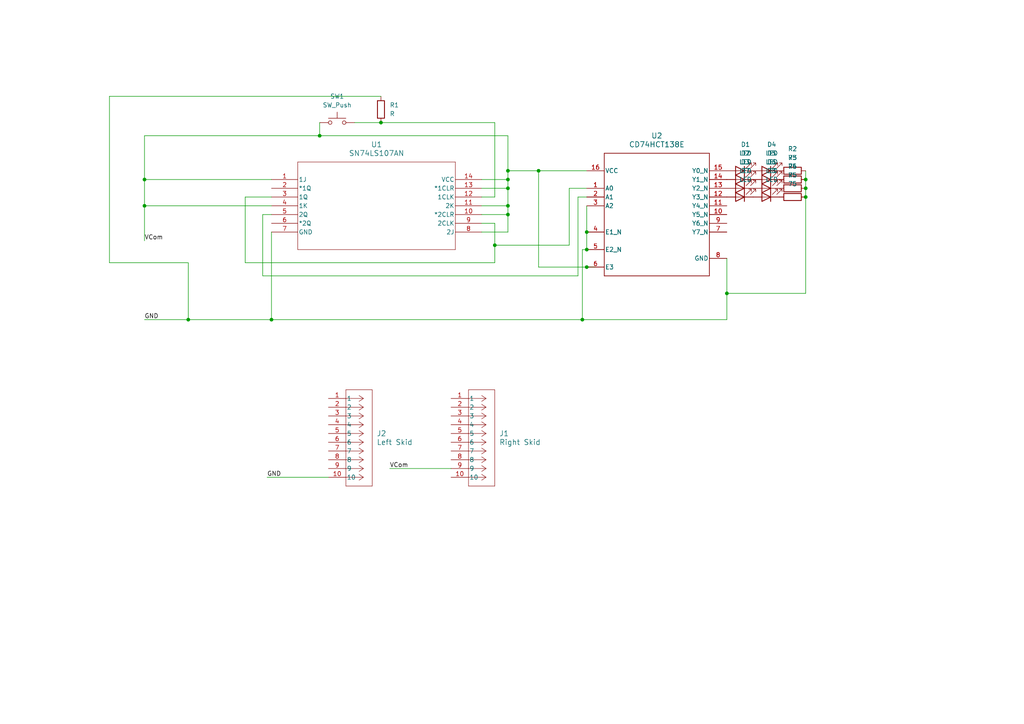
<source format=kicad_sch>
(kicad_sch (version 20230121) (generator eeschema)

  (uuid 8591fa22-3c5f-461a-90cf-cdbe4c5a699f)

  (paper "A4")

  (lib_symbols
    (symbol "Connector:NPPN101BFLC-RC" (pin_names (offset 0.254)) (in_bom yes) (on_board yes)
      (property "Reference" "J" (at 8.89 6.35 0)
        (effects (font (size 1.524 1.524)))
      )
      (property "Value" "NPPN101BFLC-RC" (at 0 0 0)
        (effects (font (size 1.524 1.524)))
      )
      (property "Footprint" "CONN10X1_NPPN101BFLC-RC_SUL" (at 0 0 0)
        (effects (font (size 1.27 1.27) italic) hide)
      )
      (property "Datasheet" "NPPN101BFLC-RC" (at 0 0 0)
        (effects (font (size 1.27 1.27) italic) hide)
      )
      (property "ki_locked" "" (at 0 0 0)
        (effects (font (size 1.27 1.27)))
      )
      (property "ki_keywords" "NPPN101BFLC-RC" (at 0 0 0)
        (effects (font (size 1.27 1.27)) hide)
      )
      (property "ki_fp_filters" "CONN10X1_NPPN101BFLC-RC_SUL" (at 0 0 0)
        (effects (font (size 1.27 1.27)) hide)
      )
      (symbol "NPPN101BFLC-RC_1_1"
        (polyline
          (pts
            (xy 5.08 -25.4)
            (xy 12.7 -25.4)
          )
          (stroke (width 0.127) (type default))
          (fill (type none))
        )
        (polyline
          (pts
            (xy 5.08 2.54)
            (xy 5.08 -25.4)
          )
          (stroke (width 0.127) (type default))
          (fill (type none))
        )
        (polyline
          (pts
            (xy 10.16 -22.86)
            (xy 5.08 -22.86)
          )
          (stroke (width 0.127) (type default))
          (fill (type none))
        )
        (polyline
          (pts
            (xy 10.16 -22.86)
            (xy 8.89 -23.7067)
          )
          (stroke (width 0.127) (type default))
          (fill (type none))
        )
        (polyline
          (pts
            (xy 10.16 -22.86)
            (xy 8.89 -22.0133)
          )
          (stroke (width 0.127) (type default))
          (fill (type none))
        )
        (polyline
          (pts
            (xy 10.16 -20.32)
            (xy 5.08 -20.32)
          )
          (stroke (width 0.127) (type default))
          (fill (type none))
        )
        (polyline
          (pts
            (xy 10.16 -20.32)
            (xy 8.89 -21.1667)
          )
          (stroke (width 0.127) (type default))
          (fill (type none))
        )
        (polyline
          (pts
            (xy 10.16 -20.32)
            (xy 8.89 -19.4733)
          )
          (stroke (width 0.127) (type default))
          (fill (type none))
        )
        (polyline
          (pts
            (xy 10.16 -17.78)
            (xy 5.08 -17.78)
          )
          (stroke (width 0.127) (type default))
          (fill (type none))
        )
        (polyline
          (pts
            (xy 10.16 -17.78)
            (xy 8.89 -18.6267)
          )
          (stroke (width 0.127) (type default))
          (fill (type none))
        )
        (polyline
          (pts
            (xy 10.16 -17.78)
            (xy 8.89 -16.9333)
          )
          (stroke (width 0.127) (type default))
          (fill (type none))
        )
        (polyline
          (pts
            (xy 10.16 -15.24)
            (xy 5.08 -15.24)
          )
          (stroke (width 0.127) (type default))
          (fill (type none))
        )
        (polyline
          (pts
            (xy 10.16 -15.24)
            (xy 8.89 -16.0867)
          )
          (stroke (width 0.127) (type default))
          (fill (type none))
        )
        (polyline
          (pts
            (xy 10.16 -15.24)
            (xy 8.89 -14.3933)
          )
          (stroke (width 0.127) (type default))
          (fill (type none))
        )
        (polyline
          (pts
            (xy 10.16 -12.7)
            (xy 5.08 -12.7)
          )
          (stroke (width 0.127) (type default))
          (fill (type none))
        )
        (polyline
          (pts
            (xy 10.16 -12.7)
            (xy 8.89 -13.5467)
          )
          (stroke (width 0.127) (type default))
          (fill (type none))
        )
        (polyline
          (pts
            (xy 10.16 -12.7)
            (xy 8.89 -11.8533)
          )
          (stroke (width 0.127) (type default))
          (fill (type none))
        )
        (polyline
          (pts
            (xy 10.16 -10.16)
            (xy 5.08 -10.16)
          )
          (stroke (width 0.127) (type default))
          (fill (type none))
        )
        (polyline
          (pts
            (xy 10.16 -10.16)
            (xy 8.89 -11.0067)
          )
          (stroke (width 0.127) (type default))
          (fill (type none))
        )
        (polyline
          (pts
            (xy 10.16 -10.16)
            (xy 8.89 -9.3133)
          )
          (stroke (width 0.127) (type default))
          (fill (type none))
        )
        (polyline
          (pts
            (xy 10.16 -7.62)
            (xy 5.08 -7.62)
          )
          (stroke (width 0.127) (type default))
          (fill (type none))
        )
        (polyline
          (pts
            (xy 10.16 -7.62)
            (xy 8.89 -8.4667)
          )
          (stroke (width 0.127) (type default))
          (fill (type none))
        )
        (polyline
          (pts
            (xy 10.16 -7.62)
            (xy 8.89 -6.7733)
          )
          (stroke (width 0.127) (type default))
          (fill (type none))
        )
        (polyline
          (pts
            (xy 10.16 -5.08)
            (xy 5.08 -5.08)
          )
          (stroke (width 0.127) (type default))
          (fill (type none))
        )
        (polyline
          (pts
            (xy 10.16 -5.08)
            (xy 8.89 -5.9267)
          )
          (stroke (width 0.127) (type default))
          (fill (type none))
        )
        (polyline
          (pts
            (xy 10.16 -5.08)
            (xy 8.89 -4.2333)
          )
          (stroke (width 0.127) (type default))
          (fill (type none))
        )
        (polyline
          (pts
            (xy 10.16 -2.54)
            (xy 5.08 -2.54)
          )
          (stroke (width 0.127) (type default))
          (fill (type none))
        )
        (polyline
          (pts
            (xy 10.16 -2.54)
            (xy 8.89 -3.3867)
          )
          (stroke (width 0.127) (type default))
          (fill (type none))
        )
        (polyline
          (pts
            (xy 10.16 -2.54)
            (xy 8.89 -1.6933)
          )
          (stroke (width 0.127) (type default))
          (fill (type none))
        )
        (polyline
          (pts
            (xy 10.16 0)
            (xy 5.08 0)
          )
          (stroke (width 0.127) (type default))
          (fill (type none))
        )
        (polyline
          (pts
            (xy 10.16 0)
            (xy 8.89 -0.8467)
          )
          (stroke (width 0.127) (type default))
          (fill (type none))
        )
        (polyline
          (pts
            (xy 10.16 0)
            (xy 8.89 0.8467)
          )
          (stroke (width 0.127) (type default))
          (fill (type none))
        )
        (polyline
          (pts
            (xy 12.7 -25.4)
            (xy 12.7 2.54)
          )
          (stroke (width 0.127) (type default))
          (fill (type none))
        )
        (polyline
          (pts
            (xy 12.7 2.54)
            (xy 5.08 2.54)
          )
          (stroke (width 0.127) (type default))
          (fill (type none))
        )
        (pin unspecified line (at 0 0 0) (length 5.08)
          (name "1" (effects (font (size 1.27 1.27))))
          (number "1" (effects (font (size 1.27 1.27))))
        )
        (pin unspecified line (at 0 -22.86 0) (length 5.08)
          (name "10" (effects (font (size 1.27 1.27))))
          (number "10" (effects (font (size 1.27 1.27))))
        )
        (pin unspecified line (at 0 -2.54 0) (length 5.08)
          (name "2" (effects (font (size 1.27 1.27))))
          (number "2" (effects (font (size 1.27 1.27))))
        )
        (pin unspecified line (at 0 -5.08 0) (length 5.08)
          (name "3" (effects (font (size 1.27 1.27))))
          (number "3" (effects (font (size 1.27 1.27))))
        )
        (pin unspecified line (at 0 -7.62 0) (length 5.08)
          (name "4" (effects (font (size 1.27 1.27))))
          (number "4" (effects (font (size 1.27 1.27))))
        )
        (pin unspecified line (at 0 -10.16 0) (length 5.08)
          (name "5" (effects (font (size 1.27 1.27))))
          (number "5" (effects (font (size 1.27 1.27))))
        )
        (pin unspecified line (at 0 -12.7 0) (length 5.08)
          (name "6" (effects (font (size 1.27 1.27))))
          (number "6" (effects (font (size 1.27 1.27))))
        )
        (pin unspecified line (at 0 -15.24 0) (length 5.08)
          (name "7" (effects (font (size 1.27 1.27))))
          (number "7" (effects (font (size 1.27 1.27))))
        )
        (pin unspecified line (at 0 -17.78 0) (length 5.08)
          (name "8" (effects (font (size 1.27 1.27))))
          (number "8" (effects (font (size 1.27 1.27))))
        )
        (pin unspecified line (at 0 -20.32 0) (length 5.08)
          (name "9" (effects (font (size 1.27 1.27))))
          (number "9" (effects (font (size 1.27 1.27))))
        )
      )
      (symbol "NPPN101BFLC-RC_1_2"
        (polyline
          (pts
            (xy 5.08 -25.4)
            (xy 12.7 -25.4)
          )
          (stroke (width 0.127) (type default))
          (fill (type none))
        )
        (polyline
          (pts
            (xy 5.08 2.54)
            (xy 5.08 -25.4)
          )
          (stroke (width 0.127) (type default))
          (fill (type none))
        )
        (polyline
          (pts
            (xy 7.62 -22.86)
            (xy 5.08 -22.86)
          )
          (stroke (width 0.127) (type default))
          (fill (type none))
        )
        (polyline
          (pts
            (xy 7.62 -22.86)
            (xy 8.89 -23.7067)
          )
          (stroke (width 0.127) (type default))
          (fill (type none))
        )
        (polyline
          (pts
            (xy 7.62 -22.86)
            (xy 8.89 -22.0133)
          )
          (stroke (width 0.127) (type default))
          (fill (type none))
        )
        (polyline
          (pts
            (xy 7.62 -20.32)
            (xy 5.08 -20.32)
          )
          (stroke (width 0.127) (type default))
          (fill (type none))
        )
        (polyline
          (pts
            (xy 7.62 -20.32)
            (xy 8.89 -21.1667)
          )
          (stroke (width 0.127) (type default))
          (fill (type none))
        )
        (polyline
          (pts
            (xy 7.62 -20.32)
            (xy 8.89 -19.4733)
          )
          (stroke (width 0.127) (type default))
          (fill (type none))
        )
        (polyline
          (pts
            (xy 7.62 -17.78)
            (xy 5.08 -17.78)
          )
          (stroke (width 0.127) (type default))
          (fill (type none))
        )
        (polyline
          (pts
            (xy 7.62 -17.78)
            (xy 8.89 -18.6267)
          )
          (stroke (width 0.127) (type default))
          (fill (type none))
        )
        (polyline
          (pts
            (xy 7.62 -17.78)
            (xy 8.89 -16.9333)
          )
          (stroke (width 0.127) (type default))
          (fill (type none))
        )
        (polyline
          (pts
            (xy 7.62 -15.24)
            (xy 5.08 -15.24)
          )
          (stroke (width 0.127) (type default))
          (fill (type none))
        )
        (polyline
          (pts
            (xy 7.62 -15.24)
            (xy 8.89 -16.0867)
          )
          (stroke (width 0.127) (type default))
          (fill (type none))
        )
        (polyline
          (pts
            (xy 7.62 -15.24)
            (xy 8.89 -14.3933)
          )
          (stroke (width 0.127) (type default))
          (fill (type none))
        )
        (polyline
          (pts
            (xy 7.62 -12.7)
            (xy 5.08 -12.7)
          )
          (stroke (width 0.127) (type default))
          (fill (type none))
        )
        (polyline
          (pts
            (xy 7.62 -12.7)
            (xy 8.89 -13.5467)
          )
          (stroke (width 0.127) (type default))
          (fill (type none))
        )
        (polyline
          (pts
            (xy 7.62 -12.7)
            (xy 8.89 -11.8533)
          )
          (stroke (width 0.127) (type default))
          (fill (type none))
        )
        (polyline
          (pts
            (xy 7.62 -10.16)
            (xy 5.08 -10.16)
          )
          (stroke (width 0.127) (type default))
          (fill (type none))
        )
        (polyline
          (pts
            (xy 7.62 -10.16)
            (xy 8.89 -11.0067)
          )
          (stroke (width 0.127) (type default))
          (fill (type none))
        )
        (polyline
          (pts
            (xy 7.62 -10.16)
            (xy 8.89 -9.3133)
          )
          (stroke (width 0.127) (type default))
          (fill (type none))
        )
        (polyline
          (pts
            (xy 7.62 -7.62)
            (xy 5.08 -7.62)
          )
          (stroke (width 0.127) (type default))
          (fill (type none))
        )
        (polyline
          (pts
            (xy 7.62 -7.62)
            (xy 8.89 -8.4667)
          )
          (stroke (width 0.127) (type default))
          (fill (type none))
        )
        (polyline
          (pts
            (xy 7.62 -7.62)
            (xy 8.89 -6.7733)
          )
          (stroke (width 0.127) (type default))
          (fill (type none))
        )
        (polyline
          (pts
            (xy 7.62 -5.08)
            (xy 5.08 -5.08)
          )
          (stroke (width 0.127) (type default))
          (fill (type none))
        )
        (polyline
          (pts
            (xy 7.62 -5.08)
            (xy 8.89 -5.9267)
          )
          (stroke (width 0.127) (type default))
          (fill (type none))
        )
        (polyline
          (pts
            (xy 7.62 -5.08)
            (xy 8.89 -4.2333)
          )
          (stroke (width 0.127) (type default))
          (fill (type none))
        )
        (polyline
          (pts
            (xy 7.62 -2.54)
            (xy 5.08 -2.54)
          )
          (stroke (width 0.127) (type default))
          (fill (type none))
        )
        (polyline
          (pts
            (xy 7.62 -2.54)
            (xy 8.89 -3.3867)
          )
          (stroke (width 0.127) (type default))
          (fill (type none))
        )
        (polyline
          (pts
            (xy 7.62 -2.54)
            (xy 8.89 -1.6933)
          )
          (stroke (width 0.127) (type default))
          (fill (type none))
        )
        (polyline
          (pts
            (xy 7.62 0)
            (xy 5.08 0)
          )
          (stroke (width 0.127) (type default))
          (fill (type none))
        )
        (polyline
          (pts
            (xy 7.62 0)
            (xy 8.89 -0.8467)
          )
          (stroke (width 0.127) (type default))
          (fill (type none))
        )
        (polyline
          (pts
            (xy 7.62 0)
            (xy 8.89 0.8467)
          )
          (stroke (width 0.127) (type default))
          (fill (type none))
        )
        (polyline
          (pts
            (xy 12.7 -25.4)
            (xy 12.7 2.54)
          )
          (stroke (width 0.127) (type default))
          (fill (type none))
        )
        (polyline
          (pts
            (xy 12.7 2.54)
            (xy 5.08 2.54)
          )
          (stroke (width 0.127) (type default))
          (fill (type none))
        )
        (pin unspecified line (at 0 0 0) (length 5.08)
          (name "1" (effects (font (size 1.27 1.27))))
          (number "1" (effects (font (size 1.27 1.27))))
        )
        (pin unspecified line (at 0 -22.86 0) (length 5.08)
          (name "10" (effects (font (size 1.27 1.27))))
          (number "10" (effects (font (size 1.27 1.27))))
        )
        (pin unspecified line (at 0 -2.54 0) (length 5.08)
          (name "2" (effects (font (size 1.27 1.27))))
          (number "2" (effects (font (size 1.27 1.27))))
        )
        (pin unspecified line (at 0 -5.08 0) (length 5.08)
          (name "3" (effects (font (size 1.27 1.27))))
          (number "3" (effects (font (size 1.27 1.27))))
        )
        (pin unspecified line (at 0 -7.62 0) (length 5.08)
          (name "4" (effects (font (size 1.27 1.27))))
          (number "4" (effects (font (size 1.27 1.27))))
        )
        (pin unspecified line (at 0 -10.16 0) (length 5.08)
          (name "5" (effects (font (size 1.27 1.27))))
          (number "5" (effects (font (size 1.27 1.27))))
        )
        (pin unspecified line (at 0 -12.7 0) (length 5.08)
          (name "6" (effects (font (size 1.27 1.27))))
          (number "6" (effects (font (size 1.27 1.27))))
        )
        (pin unspecified line (at 0 -15.24 0) (length 5.08)
          (name "7" (effects (font (size 1.27 1.27))))
          (number "7" (effects (font (size 1.27 1.27))))
        )
        (pin unspecified line (at 0 -17.78 0) (length 5.08)
          (name "8" (effects (font (size 1.27 1.27))))
          (number "8" (effects (font (size 1.27 1.27))))
        )
        (pin unspecified line (at 0 -20.32 0) (length 5.08)
          (name "9" (effects (font (size 1.27 1.27))))
          (number "9" (effects (font (size 1.27 1.27))))
        )
      )
    )
    (symbol "Decoder2:CD74HCT138E" (pin_names (offset 0.254)) (in_bom yes) (on_board yes)
      (property "Reference" "U" (at 0 2.54 0)
        (effects (font (size 1.524 1.524)))
      )
      (property "Value" "CD74HCT138E" (at 0 0 0)
        (effects (font (size 1.524 1.524)))
      )
      (property "Footprint" "N0016A" (at 0 0 0)
        (effects (font (size 1.27 1.27) italic) hide)
      )
      (property "Datasheet" "CD74HCT138E" (at 0 0 0)
        (effects (font (size 1.27 1.27) italic) hide)
      )
      (property "ki_locked" "" (at 0 0 0)
        (effects (font (size 1.27 1.27)))
      )
      (property "ki_keywords" "CD74HCT138E" (at 0 0 0)
        (effects (font (size 1.27 1.27)) hide)
      )
      (property "ki_fp_filters" "N0016A" (at 0 0 0)
        (effects (font (size 1.27 1.27)) hide)
      )
      (symbol "CD74HCT138E_0_1"
        (polyline
          (pts
            (xy -15.24 -17.78)
            (xy 15.24 -17.78)
          )
          (stroke (width 0.2032) (type default))
          (fill (type none))
        )
        (polyline
          (pts
            (xy -15.24 17.78)
            (xy -15.24 -17.78)
          )
          (stroke (width 0.2032) (type default))
          (fill (type none))
        )
        (polyline
          (pts
            (xy 15.24 -17.78)
            (xy 15.24 17.78)
          )
          (stroke (width 0.2032) (type default))
          (fill (type none))
        )
        (polyline
          (pts
            (xy 15.24 17.78)
            (xy -15.24 17.78)
          )
          (stroke (width 0.2032) (type default))
          (fill (type none))
        )
        (pin input line (at -20.32 7.62 0) (length 5.08)
          (name "A0" (effects (font (size 1.27 1.27))))
          (number "1" (effects (font (size 1.27 1.27))))
        )
        (pin output line (at 20.32 0 180) (length 5.08)
          (name "Y5_N" (effects (font (size 1.27 1.27))))
          (number "10" (effects (font (size 1.27 1.27))))
        )
        (pin output line (at 20.32 2.54 180) (length 5.08)
          (name "Y4_N" (effects (font (size 1.27 1.27))))
          (number "11" (effects (font (size 1.27 1.27))))
        )
        (pin output line (at 20.32 5.08 180) (length 5.08)
          (name "Y3_N" (effects (font (size 1.27 1.27))))
          (number "12" (effects (font (size 1.27 1.27))))
        )
        (pin output line (at 20.32 7.62 180) (length 5.08)
          (name "Y2_N" (effects (font (size 1.27 1.27))))
          (number "13" (effects (font (size 1.27 1.27))))
        )
        (pin output line (at 20.32 10.16 180) (length 5.08)
          (name "Y1_N" (effects (font (size 1.27 1.27))))
          (number "14" (effects (font (size 1.27 1.27))))
        )
        (pin output line (at 20.32 12.7 180) (length 5.08)
          (name "Y0_N" (effects (font (size 1.27 1.27))))
          (number "15" (effects (font (size 1.27 1.27))))
        )
        (pin power_in line (at -20.32 12.7 0) (length 5.08)
          (name "VCC" (effects (font (size 1.27 1.27))))
          (number "16" (effects (font (size 1.27 1.27))))
        )
        (pin input line (at -20.32 5.08 0) (length 5.08)
          (name "A1" (effects (font (size 1.27 1.27))))
          (number "2" (effects (font (size 1.27 1.27))))
        )
        (pin input line (at -20.32 2.54 0) (length 5.08)
          (name "A2" (effects (font (size 1.27 1.27))))
          (number "3" (effects (font (size 1.27 1.27))))
        )
        (pin input line (at -20.32 -5.08 0) (length 5.08)
          (name "E1_N" (effects (font (size 1.27 1.27))))
          (number "4" (effects (font (size 1.27 1.27))))
        )
        (pin input line (at -20.32 -10.16 0) (length 5.08)
          (name "E2_N" (effects (font (size 1.27 1.27))))
          (number "5" (effects (font (size 1.27 1.27))))
        )
        (pin input line (at -20.32 -15.24 0) (length 5.08)
          (name "E3" (effects (font (size 1.27 1.27))))
          (number "6" (effects (font (size 1.27 1.27))))
        )
        (pin output line (at 20.32 -5.08 180) (length 5.08)
          (name "Y7_N" (effects (font (size 1.27 1.27))))
          (number "7" (effects (font (size 1.27 1.27))))
        )
        (pin power_in line (at 20.32 -12.7 180) (length 5.08)
          (name "GND" (effects (font (size 1.27 1.27))))
          (number "8" (effects (font (size 1.27 1.27))))
        )
        (pin output line (at 20.32 -2.54 180) (length 5.08)
          (name "Y6_N" (effects (font (size 1.27 1.27))))
          (number "9" (effects (font (size 1.27 1.27))))
        )
      )
    )
    (symbol "Device:LED" (pin_numbers hide) (pin_names (offset 1.016) hide) (in_bom yes) (on_board yes)
      (property "Reference" "D" (at 0 2.54 0)
        (effects (font (size 1.27 1.27)))
      )
      (property "Value" "LED" (at 0 -2.54 0)
        (effects (font (size 1.27 1.27)))
      )
      (property "Footprint" "" (at 0 0 0)
        (effects (font (size 1.27 1.27)) hide)
      )
      (property "Datasheet" "~" (at 0 0 0)
        (effects (font (size 1.27 1.27)) hide)
      )
      (property "ki_keywords" "LED diode" (at 0 0 0)
        (effects (font (size 1.27 1.27)) hide)
      )
      (property "ki_description" "Light emitting diode" (at 0 0 0)
        (effects (font (size 1.27 1.27)) hide)
      )
      (property "ki_fp_filters" "LED* LED_SMD:* LED_THT:*" (at 0 0 0)
        (effects (font (size 1.27 1.27)) hide)
      )
      (symbol "LED_0_1"
        (polyline
          (pts
            (xy -1.27 -1.27)
            (xy -1.27 1.27)
          )
          (stroke (width 0.254) (type default))
          (fill (type none))
        )
        (polyline
          (pts
            (xy -1.27 0)
            (xy 1.27 0)
          )
          (stroke (width 0) (type default))
          (fill (type none))
        )
        (polyline
          (pts
            (xy 1.27 -1.27)
            (xy 1.27 1.27)
            (xy -1.27 0)
            (xy 1.27 -1.27)
          )
          (stroke (width 0.254) (type default))
          (fill (type none))
        )
        (polyline
          (pts
            (xy -3.048 -0.762)
            (xy -4.572 -2.286)
            (xy -3.81 -2.286)
            (xy -4.572 -2.286)
            (xy -4.572 -1.524)
          )
          (stroke (width 0) (type default))
          (fill (type none))
        )
        (polyline
          (pts
            (xy -1.778 -0.762)
            (xy -3.302 -2.286)
            (xy -2.54 -2.286)
            (xy -3.302 -2.286)
            (xy -3.302 -1.524)
          )
          (stroke (width 0) (type default))
          (fill (type none))
        )
      )
      (symbol "LED_1_1"
        (pin passive line (at -3.81 0 0) (length 2.54)
          (name "K" (effects (font (size 1.27 1.27))))
          (number "1" (effects (font (size 1.27 1.27))))
        )
        (pin passive line (at 3.81 0 180) (length 2.54)
          (name "A" (effects (font (size 1.27 1.27))))
          (number "2" (effects (font (size 1.27 1.27))))
        )
      )
    )
    (symbol "Device:R" (pin_numbers hide) (pin_names (offset 0)) (in_bom yes) (on_board yes)
      (property "Reference" "R" (at 2.032 0 90)
        (effects (font (size 1.27 1.27)))
      )
      (property "Value" "R" (at 0 0 90)
        (effects (font (size 1.27 1.27)))
      )
      (property "Footprint" "" (at -1.778 0 90)
        (effects (font (size 1.27 1.27)) hide)
      )
      (property "Datasheet" "~" (at 0 0 0)
        (effects (font (size 1.27 1.27)) hide)
      )
      (property "ki_keywords" "R res resistor" (at 0 0 0)
        (effects (font (size 1.27 1.27)) hide)
      )
      (property "ki_description" "Resistor" (at 0 0 0)
        (effects (font (size 1.27 1.27)) hide)
      )
      (property "ki_fp_filters" "R_*" (at 0 0 0)
        (effects (font (size 1.27 1.27)) hide)
      )
      (symbol "R_0_1"
        (rectangle (start -1.016 -2.54) (end 1.016 2.54)
          (stroke (width 0.254) (type default))
          (fill (type none))
        )
      )
      (symbol "R_1_1"
        (pin passive line (at 0 3.81 270) (length 1.27)
          (name "~" (effects (font (size 1.27 1.27))))
          (number "1" (effects (font (size 1.27 1.27))))
        )
        (pin passive line (at 0 -3.81 90) (length 1.27)
          (name "~" (effects (font (size 1.27 1.27))))
          (number "2" (effects (font (size 1.27 1.27))))
        )
      )
    )
    (symbol "JK ff:SN74LS107AN" (pin_names (offset 0.254)) (in_bom yes) (on_board yes)
      (property "Reference" "U" (at 30.48 10.16 0)
        (effects (font (size 1.524 1.524)))
      )
      (property "Value" "SN74LS107AN" (at 30.48 7.62 0)
        (effects (font (size 1.524 1.524)))
      )
      (property "Footprint" "N14" (at 0 0 0)
        (effects (font (size 1.27 1.27) italic) hide)
      )
      (property "Datasheet" "SN74LS107AN" (at 0 0 0)
        (effects (font (size 1.27 1.27) italic) hide)
      )
      (property "ki_locked" "" (at 0 0 0)
        (effects (font (size 1.27 1.27)))
      )
      (property "ki_keywords" "SN74LS107AN" (at 0 0 0)
        (effects (font (size 1.27 1.27)) hide)
      )
      (property "ki_fp_filters" "N14" (at 0 0 0)
        (effects (font (size 1.27 1.27)) hide)
      )
      (symbol "SN74LS107AN_0_1"
        (polyline
          (pts
            (xy 7.62 -20.32)
            (xy 53.34 -20.32)
          )
          (stroke (width 0.127) (type default))
          (fill (type none))
        )
        (polyline
          (pts
            (xy 7.62 5.08)
            (xy 7.62 -20.32)
          )
          (stroke (width 0.127) (type default))
          (fill (type none))
        )
        (polyline
          (pts
            (xy 53.34 -20.32)
            (xy 53.34 5.08)
          )
          (stroke (width 0.127) (type default))
          (fill (type none))
        )
        (polyline
          (pts
            (xy 53.34 5.08)
            (xy 7.62 5.08)
          )
          (stroke (width 0.127) (type default))
          (fill (type none))
        )
        (pin input line (at 0 0 0) (length 7.62)
          (name "1J" (effects (font (size 1.27 1.27))))
          (number "1" (effects (font (size 1.27 1.27))))
        )
        (pin input line (at 60.96 -10.16 180) (length 7.62)
          (name "*2CLR" (effects (font (size 1.27 1.27))))
          (number "10" (effects (font (size 1.27 1.27))))
        )
        (pin input line (at 60.96 -7.62 180) (length 7.62)
          (name "2K" (effects (font (size 1.27 1.27))))
          (number "11" (effects (font (size 1.27 1.27))))
        )
        (pin input line (at 60.96 -5.08 180) (length 7.62)
          (name "1CLK" (effects (font (size 1.27 1.27))))
          (number "12" (effects (font (size 1.27 1.27))))
        )
        (pin input line (at 60.96 -2.54 180) (length 7.62)
          (name "*1CLR" (effects (font (size 1.27 1.27))))
          (number "13" (effects (font (size 1.27 1.27))))
        )
        (pin power_in line (at 60.96 0 180) (length 7.62)
          (name "VCC" (effects (font (size 1.27 1.27))))
          (number "14" (effects (font (size 1.27 1.27))))
        )
        (pin output line (at 0 -2.54 0) (length 7.62)
          (name "*1Q" (effects (font (size 1.27 1.27))))
          (number "2" (effects (font (size 1.27 1.27))))
        )
        (pin output line (at 0 -5.08 0) (length 7.62)
          (name "1Q" (effects (font (size 1.27 1.27))))
          (number "3" (effects (font (size 1.27 1.27))))
        )
        (pin input line (at 0 -7.62 0) (length 7.62)
          (name "1K" (effects (font (size 1.27 1.27))))
          (number "4" (effects (font (size 1.27 1.27))))
        )
        (pin output line (at 0 -10.16 0) (length 7.62)
          (name "2Q" (effects (font (size 1.27 1.27))))
          (number "5" (effects (font (size 1.27 1.27))))
        )
        (pin output line (at 0 -12.7 0) (length 7.62)
          (name "*2Q" (effects (font (size 1.27 1.27))))
          (number "6" (effects (font (size 1.27 1.27))))
        )
        (pin power_in line (at 0 -15.24 0) (length 7.62)
          (name "GND" (effects (font (size 1.27 1.27))))
          (number "7" (effects (font (size 1.27 1.27))))
        )
        (pin input line (at 60.96 -15.24 180) (length 7.62)
          (name "2J" (effects (font (size 1.27 1.27))))
          (number "8" (effects (font (size 1.27 1.27))))
        )
        (pin input line (at 60.96 -12.7 180) (length 7.62)
          (name "2CLK" (effects (font (size 1.27 1.27))))
          (number "9" (effects (font (size 1.27 1.27))))
        )
      )
    )
    (symbol "Switch:SW_Push" (pin_numbers hide) (pin_names (offset 1.016) hide) (in_bom yes) (on_board yes)
      (property "Reference" "SW" (at 1.27 2.54 0)
        (effects (font (size 1.27 1.27)) (justify left))
      )
      (property "Value" "SW_Push" (at 0 -1.524 0)
        (effects (font (size 1.27 1.27)))
      )
      (property "Footprint" "" (at 0 5.08 0)
        (effects (font (size 1.27 1.27)) hide)
      )
      (property "Datasheet" "~" (at 0 5.08 0)
        (effects (font (size 1.27 1.27)) hide)
      )
      (property "ki_keywords" "switch normally-open pushbutton push-button" (at 0 0 0)
        (effects (font (size 1.27 1.27)) hide)
      )
      (property "ki_description" "Push button switch, generic, two pins" (at 0 0 0)
        (effects (font (size 1.27 1.27)) hide)
      )
      (symbol "SW_Push_0_1"
        (circle (center -2.032 0) (radius 0.508)
          (stroke (width 0) (type default))
          (fill (type none))
        )
        (polyline
          (pts
            (xy 0 1.27)
            (xy 0 3.048)
          )
          (stroke (width 0) (type default))
          (fill (type none))
        )
        (polyline
          (pts
            (xy 2.54 1.27)
            (xy -2.54 1.27)
          )
          (stroke (width 0) (type default))
          (fill (type none))
        )
        (circle (center 2.032 0) (radius 0.508)
          (stroke (width 0) (type default))
          (fill (type none))
        )
        (pin passive line (at -5.08 0 0) (length 2.54)
          (name "1" (effects (font (size 1.27 1.27))))
          (number "1" (effects (font (size 1.27 1.27))))
        )
        (pin passive line (at 5.08 0 180) (length 2.54)
          (name "2" (effects (font (size 1.27 1.27))))
          (number "2" (effects (font (size 1.27 1.27))))
        )
      )
    )
  )

  (junction (at 168.91 92.71) (diameter 0) (color 0 0 0 0)
    (uuid 1c781806-5555-48b3-a563-e218f37bd83b)
  )
  (junction (at 170.18 72.39) (diameter 0) (color 0 0 0 0)
    (uuid 39edf9fa-b666-4325-8f6d-4f157882e7c7)
  )
  (junction (at 233.68 54.61) (diameter 0) (color 0 0 0 0)
    (uuid 3a1021c5-5766-4622-863e-8b76dca2f6dc)
  )
  (junction (at 147.32 49.53) (diameter 0) (color 0 0 0 0)
    (uuid 415aa65c-f330-4c6b-8d97-bd53e0602ead)
  )
  (junction (at 41.91 52.07) (diameter 0) (color 0 0 0 0)
    (uuid 42861f69-f657-464a-8894-3eb7812ebd1c)
  )
  (junction (at 170.18 77.47) (diameter 0) (color 0 0 0 0)
    (uuid 46369532-c0be-4e05-9487-ea6ff7e95584)
  )
  (junction (at 78.74 92.71) (diameter 0) (color 0 0 0 0)
    (uuid 4e9e8849-2233-47ae-9294-9e25e261075c)
  )
  (junction (at 233.68 52.07) (diameter 0) (color 0 0 0 0)
    (uuid 5848d6bd-7208-45cd-b0bb-ab5ef66bdb42)
  )
  (junction (at 233.68 57.15) (diameter 0) (color 0 0 0 0)
    (uuid 63209649-7847-4339-976d-52c298c0c17f)
  )
  (junction (at 147.32 52.07) (diameter 0) (color 0 0 0 0)
    (uuid 68dd6491-4665-4468-bb91-1b7aa7e59fb3)
  )
  (junction (at 54.61 92.71) (diameter 0) (color 0 0 0 0)
    (uuid 8299733c-b000-49db-979d-185c8228910b)
  )
  (junction (at 210.82 85.09) (diameter 0) (color 0 0 0 0)
    (uuid 90f79cd9-0811-4a44-a16a-0eb1a278bb05)
  )
  (junction (at 147.32 54.61) (diameter 0) (color 0 0 0 0)
    (uuid 936a7adb-be84-44e3-813c-ee170441694d)
  )
  (junction (at 143.51 71.12) (diameter 0) (color 0 0 0 0)
    (uuid 9618cc01-961e-4843-891c-a1d2b551d46e)
  )
  (junction (at 147.32 59.69) (diameter 0) (color 0 0 0 0)
    (uuid 9a77c787-98ab-4d67-9a55-35067365129f)
  )
  (junction (at 41.91 59.69) (diameter 0) (color 0 0 0 0)
    (uuid a3ae630a-5acb-4d48-b545-f9d801d60e0f)
  )
  (junction (at 170.18 67.31) (diameter 0) (color 0 0 0 0)
    (uuid c3a042a4-0b52-41f0-9059-203bd2391529)
  )
  (junction (at 147.32 62.23) (diameter 0) (color 0 0 0 0)
    (uuid cc4fc671-a58b-4d40-9682-2f1d027b9223)
  )
  (junction (at 92.71 39.37) (diameter 0) (color 0 0 0 0)
    (uuid da09efca-d5b1-45ec-9f55-eb7d197ff2e5)
  )
  (junction (at 110.49 35.56) (diameter 0) (color 0 0 0 0)
    (uuid e18660d2-a76c-440e-8897-5d36980bce6e)
  )
  (junction (at 156.21 49.53) (diameter 0) (color 0 0 0 0)
    (uuid ed069867-6890-45e7-b0b4-cfe3130e3d8a)
  )

  (wire (pts (xy 168.91 72.39) (xy 168.91 92.71))
    (stroke (width 0) (type default))
    (uuid 051c2cbf-dc7c-41b7-b890-a0d1177af5a0)
  )
  (wire (pts (xy 102.87 35.56) (xy 110.49 35.56))
    (stroke (width 0) (type default))
    (uuid 089f0799-364d-4a3d-9de4-9ec5c86a6479)
  )
  (wire (pts (xy 110.49 35.56) (xy 143.51 35.56))
    (stroke (width 0) (type default))
    (uuid 0b50ae0e-859c-4cab-a3bf-c8b3a9398e7b)
  )
  (wire (pts (xy 210.82 85.09) (xy 210.82 74.93))
    (stroke (width 0) (type default))
    (uuid 11a38075-cc68-4fe1-9829-ff1c85a4e6aa)
  )
  (wire (pts (xy 41.91 39.37) (xy 92.71 39.37))
    (stroke (width 0) (type default))
    (uuid 146fb9b8-b512-4c4a-a1d5-67648802bb7d)
  )
  (wire (pts (xy 41.91 59.69) (xy 78.74 59.69))
    (stroke (width 0) (type default))
    (uuid 16210115-75c5-429e-85f3-eb4386196987)
  )
  (wire (pts (xy 167.64 57.15) (xy 167.64 80.01))
    (stroke (width 0) (type default))
    (uuid 1b6e953d-b798-47df-bc3d-f526674115cc)
  )
  (wire (pts (xy 41.91 59.69) (xy 41.91 52.07))
    (stroke (width 0) (type default))
    (uuid 1e376c5f-1ad9-410b-9919-761b689a780d)
  )
  (wire (pts (xy 78.74 57.15) (xy 71.12 57.15))
    (stroke (width 0) (type default))
    (uuid 230ee67d-0114-468a-a9aa-ab1abbabbbda)
  )
  (wire (pts (xy 165.1 71.12) (xy 165.1 54.61))
    (stroke (width 0) (type default))
    (uuid 24cf6d88-72e3-4cf2-a7b4-8b89f4f0c8cf)
  )
  (wire (pts (xy 170.18 67.31) (xy 170.18 72.39))
    (stroke (width 0) (type default))
    (uuid 2a41dd3b-0ec4-447b-8769-ec6bbb19d781)
  )
  (wire (pts (xy 139.7 62.23) (xy 147.32 62.23))
    (stroke (width 0) (type default))
    (uuid 3303458a-fc20-4c43-b6a0-9de2939f4622)
  )
  (wire (pts (xy 110.49 27.94) (xy 31.75 27.94))
    (stroke (width 0) (type default))
    (uuid 3448a4d5-758b-44d6-a40f-e456bd6988d3)
  )
  (wire (pts (xy 143.51 35.56) (xy 143.51 57.15))
    (stroke (width 0) (type default))
    (uuid 346ae81e-9657-4892-a66c-578cda950773)
  )
  (wire (pts (xy 77.47 138.43) (xy 95.25 138.43))
    (stroke (width 0) (type default))
    (uuid 3a4bbabf-32e3-4431-b3bc-105c4e8ae86a)
  )
  (wire (pts (xy 139.7 54.61) (xy 147.32 54.61))
    (stroke (width 0) (type default))
    (uuid 43bceeca-c6f3-46ec-a432-5d413ea48009)
  )
  (wire (pts (xy 147.32 62.23) (xy 147.32 67.31))
    (stroke (width 0) (type default))
    (uuid 49ee9a4a-cab0-4f72-88f2-64a333fadd2b)
  )
  (wire (pts (xy 143.51 64.77) (xy 139.7 64.77))
    (stroke (width 0) (type default))
    (uuid 4e3367ae-64c0-4d5b-846b-a594774f8022)
  )
  (wire (pts (xy 233.68 57.15) (xy 233.68 85.09))
    (stroke (width 0) (type default))
    (uuid 4fd2b26e-b4df-472a-8466-0d6fb2a150a1)
  )
  (wire (pts (xy 167.64 57.15) (xy 170.18 57.15))
    (stroke (width 0) (type default))
    (uuid 53cf221d-d37f-414e-9705-9cc8050bb980)
  )
  (wire (pts (xy 41.91 52.07) (xy 78.74 52.07))
    (stroke (width 0) (type default))
    (uuid 5941abfd-ceed-40ba-96cc-2eba313b4671)
  )
  (wire (pts (xy 41.91 52.07) (xy 41.91 39.37))
    (stroke (width 0) (type default))
    (uuid 5a22c408-9830-40d9-af7a-3c652f2d0a63)
  )
  (wire (pts (xy 156.21 77.47) (xy 170.18 77.47))
    (stroke (width 0) (type default))
    (uuid 5a75c517-1aa8-4144-97b3-1ed5398af224)
  )
  (wire (pts (xy 156.21 49.53) (xy 156.21 77.47))
    (stroke (width 0) (type default))
    (uuid 5bd1a4ea-be42-42b3-9167-0d3e114649a9)
  )
  (wire (pts (xy 143.51 71.12) (xy 143.51 64.77))
    (stroke (width 0) (type default))
    (uuid 62e0c173-2c36-403e-ae44-cdae2f55168d)
  )
  (wire (pts (xy 170.18 72.39) (xy 168.91 72.39))
    (stroke (width 0) (type default))
    (uuid 66129566-6436-4b51-b07e-5069da386a66)
  )
  (wire (pts (xy 54.61 92.71) (xy 78.74 92.71))
    (stroke (width 0) (type default))
    (uuid 6b0b55f3-2878-44ef-9897-fe88a46ce183)
  )
  (wire (pts (xy 147.32 49.53) (xy 147.32 52.07))
    (stroke (width 0) (type default))
    (uuid 6bb61620-25d2-4965-a945-1c582d3ce93c)
  )
  (wire (pts (xy 76.2 62.23) (xy 76.2 80.01))
    (stroke (width 0) (type default))
    (uuid 6faa8679-2504-4b48-aa51-9a9dd132831d)
  )
  (wire (pts (xy 139.7 59.69) (xy 147.32 59.69))
    (stroke (width 0) (type default))
    (uuid 77c69eb9-4d02-440a-bd2b-176069455bc0)
  )
  (wire (pts (xy 233.68 54.61) (xy 233.68 57.15))
    (stroke (width 0) (type default))
    (uuid 7bd611b3-5965-437a-96fe-ba5dda51ece3)
  )
  (wire (pts (xy 41.91 69.85) (xy 41.91 59.69))
    (stroke (width 0) (type default))
    (uuid 807110fd-c6af-4ca4-afae-cf2750898f59)
  )
  (wire (pts (xy 147.32 52.07) (xy 147.32 54.61))
    (stroke (width 0) (type default))
    (uuid 81fef36c-5906-449e-8eac-1ed4c3c66f68)
  )
  (wire (pts (xy 147.32 67.31) (xy 139.7 67.31))
    (stroke (width 0) (type default))
    (uuid 8279aed5-455e-438f-87f1-ab16cd51a01f)
  )
  (wire (pts (xy 54.61 92.71) (xy 54.61 76.2))
    (stroke (width 0) (type default))
    (uuid 86a1f466-6fb4-4584-8114-0950527a3a61)
  )
  (wire (pts (xy 210.82 85.09) (xy 233.68 85.09))
    (stroke (width 0) (type default))
    (uuid 90ee6617-c86b-4245-bb98-918c142d4bed)
  )
  (wire (pts (xy 147.32 39.37) (xy 147.32 49.53))
    (stroke (width 0) (type default))
    (uuid 9737601a-4a23-4e76-a712-c760730dbc04)
  )
  (wire (pts (xy 143.51 71.12) (xy 165.1 71.12))
    (stroke (width 0) (type default))
    (uuid 9be9c3a7-4297-4118-b54d-7599a2c961bc)
  )
  (wire (pts (xy 147.32 49.53) (xy 156.21 49.53))
    (stroke (width 0) (type default))
    (uuid 9e01029d-491e-4694-8b45-922ed6d37e8a)
  )
  (wire (pts (xy 168.91 92.71) (xy 210.82 92.71))
    (stroke (width 0) (type default))
    (uuid 9e0a9d78-8f09-4247-9018-af875581c218)
  )
  (wire (pts (xy 170.18 77.47) (xy 172.72 77.47))
    (stroke (width 0) (type default))
    (uuid a6d41210-c27a-4ca2-b643-1669d1a23a63)
  )
  (wire (pts (xy 76.2 80.01) (xy 167.64 80.01))
    (stroke (width 0) (type default))
    (uuid ab489889-5fad-4045-b96b-e917e9c256c0)
  )
  (wire (pts (xy 233.68 52.07) (xy 233.68 54.61))
    (stroke (width 0) (type default))
    (uuid aea148ae-d6db-419a-bdab-03f90ac1facd)
  )
  (wire (pts (xy 147.32 59.69) (xy 147.32 62.23))
    (stroke (width 0) (type default))
    (uuid af29ff3c-2b6a-4a9c-bd16-30ed40799fb5)
  )
  (wire (pts (xy 147.32 54.61) (xy 147.32 59.69))
    (stroke (width 0) (type default))
    (uuid b2d2b52a-c632-40dc-97d6-da949c2218fe)
  )
  (wire (pts (xy 78.74 62.23) (xy 76.2 62.23))
    (stroke (width 0) (type default))
    (uuid b45e1d58-fdbe-4bf1-89df-12d39b74a5a9)
  )
  (wire (pts (xy 92.71 35.56) (xy 92.71 39.37))
    (stroke (width 0) (type default))
    (uuid be0ddad2-610d-495a-9ff9-41cc2dc2d8b5)
  )
  (wire (pts (xy 71.12 57.15) (xy 71.12 76.2))
    (stroke (width 0) (type default))
    (uuid c273397f-79ed-4ca3-9165-0cc6d73c8ef7)
  )
  (wire (pts (xy 170.18 59.69) (xy 170.18 67.31))
    (stroke (width 0) (type default))
    (uuid c47ef068-7c02-4d70-97c1-5c3be2490712)
  )
  (wire (pts (xy 139.7 52.07) (xy 147.32 52.07))
    (stroke (width 0) (type default))
    (uuid ca93b531-fa40-4f62-8906-bada0d32b4ad)
  )
  (wire (pts (xy 41.91 92.71) (xy 54.61 92.71))
    (stroke (width 0) (type default))
    (uuid cac06389-132c-482b-baa5-e0afea7c571d)
  )
  (wire (pts (xy 78.74 92.71) (xy 78.74 67.31))
    (stroke (width 0) (type default))
    (uuid d10ae7b9-36b6-4f0b-a9f7-76b7b5278e5f)
  )
  (wire (pts (xy 233.68 49.53) (xy 233.68 52.07))
    (stroke (width 0) (type default))
    (uuid d1301ef2-b878-4b33-8226-84fd33e762be)
  )
  (wire (pts (xy 210.82 92.71) (xy 210.82 85.09))
    (stroke (width 0) (type default))
    (uuid d33befb5-90a4-4b04-a982-d4a68adfe0be)
  )
  (wire (pts (xy 71.12 76.2) (xy 143.51 76.2))
    (stroke (width 0) (type default))
    (uuid dad063ad-2ba3-4c40-8334-3a26b6d0c9d2)
  )
  (wire (pts (xy 143.51 76.2) (xy 143.51 71.12))
    (stroke (width 0) (type default))
    (uuid df007654-c86b-4bac-a8c6-99dd0c0e4f33)
  )
  (wire (pts (xy 143.51 57.15) (xy 139.7 57.15))
    (stroke (width 0) (type default))
    (uuid e0922fba-d700-4eb0-99d1-e7c13d1f10dd)
  )
  (wire (pts (xy 92.71 39.37) (xy 147.32 39.37))
    (stroke (width 0) (type default))
    (uuid e2043d5e-f74e-4f47-ae08-86550743670f)
  )
  (wire (pts (xy 31.75 27.94) (xy 31.75 76.2))
    (stroke (width 0) (type default))
    (uuid e259fe13-b452-4390-bf86-0647f8d90a73)
  )
  (wire (pts (xy 78.74 92.71) (xy 168.91 92.71))
    (stroke (width 0) (type default))
    (uuid e689274e-edeb-4d98-9d90-db48c42291d8)
  )
  (wire (pts (xy 31.75 76.2) (xy 54.61 76.2))
    (stroke (width 0) (type default))
    (uuid f1d1dae5-8c59-4805-a233-77047ac8cbfa)
  )
  (wire (pts (xy 165.1 54.61) (xy 170.18 54.61))
    (stroke (width 0) (type default))
    (uuid f379a051-f8c4-4c4f-9712-a7c43e4ea677)
  )
  (wire (pts (xy 156.21 49.53) (xy 170.18 49.53))
    (stroke (width 0) (type default))
    (uuid f4b197bb-6ac3-4cff-8a25-54ee276396df)
  )
  (wire (pts (xy 113.03 135.89) (xy 130.81 135.89))
    (stroke (width 0) (type default))
    (uuid f78f9cf6-89e6-4a31-93b2-805c6e793faa)
  )

  (label "VCom" (at 113.03 135.89 0) (fields_autoplaced)
    (effects (font (size 1.27 1.27)) (justify left bottom))
    (uuid 179980f1-e6c7-4b69-8f98-ef94fab4dba3)
  )
  (label "GND" (at 77.47 138.43 0) (fields_autoplaced)
    (effects (font (size 1.27 1.27)) (justify left bottom))
    (uuid 33cac2ed-1ecd-472d-b581-4443cc862825)
  )
  (label "VCom" (at 41.91 69.85 0) (fields_autoplaced)
    (effects (font (size 1.27 1.27)) (justify left bottom))
    (uuid 4b64e5fc-bda2-46c3-ba25-ed9ccd641361)
  )
  (label "GND" (at 41.91 92.71 0) (fields_autoplaced)
    (effects (font (size 1.27 1.27)) (justify left bottom))
    (uuid 797f4cf3-15db-4570-9628-da93635d6038)
  )

  (symbol (lib_id "Device:LED") (at 214.63 49.53 180) (unit 1)
    (in_bom yes) (on_board yes) (dnp no) (fields_autoplaced)
    (uuid 00d48a86-deef-4148-911b-0acf0812d5b3)
    (property "Reference" "D1" (at 216.2175 41.91 0)
      (effects (font (size 1.27 1.27)))
    )
    (property "Value" "LED" (at 216.2175 44.45 0)
      (effects (font (size 1.27 1.27)))
    )
    (property "Footprint" "LED_THT:LED_D2.0mm_W4.8mm_H2.5mm_FlatTop" (at 214.63 49.53 0)
      (effects (font (size 1.27 1.27)) hide)
    )
    (property "Datasheet" "~" (at 214.63 49.53 0)
      (effects (font (size 1.27 1.27)) hide)
    )
    (pin "2" (uuid ffb4c54d-89c4-4c0c-a4aa-16fedbe289e5))
    (pin "1" (uuid a0876ba2-ff10-428f-91d5-cc17a1eb2d79))
    (instances
      (project "Led circuit"
        (path "/8591fa22-3c5f-461a-90cf-cdbe4c5a699f"
          (reference "D1") (unit 1)
        )
      )
    )
  )

  (symbol (lib_id "Device:LED") (at 222.25 52.07 180) (unit 1)
    (in_bom yes) (on_board yes) (dnp no) (fields_autoplaced)
    (uuid 1b498e3a-1db7-4532-8553-56f5a0874ae4)
    (property "Reference" "D5" (at 223.8375 44.45 0)
      (effects (font (size 1.27 1.27)))
    )
    (property "Value" "LED" (at 223.8375 46.99 0)
      (effects (font (size 1.27 1.27)))
    )
    (property "Footprint" "LED_THT:LED_D2.0mm_W4.8mm_H2.5mm_FlatTop" (at 222.25 52.07 0)
      (effects (font (size 1.27 1.27)) hide)
    )
    (property "Datasheet" "~" (at 222.25 52.07 0)
      (effects (font (size 1.27 1.27)) hide)
    )
    (pin "2" (uuid ffb4c54d-89c4-4c0c-a4aa-16fedbe289e6))
    (pin "1" (uuid a0876ba2-ff10-428f-91d5-cc17a1eb2d7a))
    (instances
      (project "Led circuit"
        (path "/8591fa22-3c5f-461a-90cf-cdbe4c5a699f"
          (reference "D5") (unit 1)
        )
      )
    )
  )

  (symbol (lib_id "Device:LED") (at 222.25 49.53 180) (unit 1)
    (in_bom yes) (on_board yes) (dnp no) (fields_autoplaced)
    (uuid 21178374-eca8-478a-99f4-fc924c303b03)
    (property "Reference" "D4" (at 223.8375 41.91 0)
      (effects (font (size 1.27 1.27)))
    )
    (property "Value" "LED" (at 223.8375 44.45 0)
      (effects (font (size 1.27 1.27)))
    )
    (property "Footprint" "LED_THT:LED_D2.0mm_W4.8mm_H2.5mm_FlatTop" (at 222.25 49.53 0)
      (effects (font (size 1.27 1.27)) hide)
    )
    (property "Datasheet" "~" (at 222.25 49.53 0)
      (effects (font (size 1.27 1.27)) hide)
    )
    (pin "2" (uuid ffb4c54d-89c4-4c0c-a4aa-16fedbe289e7))
    (pin "1" (uuid a0876ba2-ff10-428f-91d5-cc17a1eb2d7b))
    (instances
      (project "Led circuit"
        (path "/8591fa22-3c5f-461a-90cf-cdbe4c5a699f"
          (reference "D4") (unit 1)
        )
      )
    )
  )

  (symbol (lib_id "Switch:SW_Push") (at 97.79 35.56 0) (unit 1)
    (in_bom yes) (on_board yes) (dnp no) (fields_autoplaced)
    (uuid 24628229-6095-40d2-bf32-9a28fafd83f9)
    (property "Reference" "SW1" (at 97.79 27.94 0)
      (effects (font (size 1.27 1.27)))
    )
    (property "Value" "SW_Push" (at 97.79 30.48 0)
      (effects (font (size 1.27 1.27)))
    )
    (property "Footprint" "" (at 97.79 30.48 0)
      (effects (font (size 1.27 1.27)) hide)
    )
    (property "Datasheet" "~" (at 97.79 30.48 0)
      (effects (font (size 1.27 1.27)) hide)
    )
    (pin "2" (uuid 11e633c1-0f82-4b6d-b954-2369c67cb37b))
    (pin "1" (uuid e5afcfc8-4b17-473a-a98b-fe4c5bd2d8a8))
    (instances
      (project "Led circuit"
        (path "/8591fa22-3c5f-461a-90cf-cdbe4c5a699f"
          (reference "SW1") (unit 1)
        )
      )
    )
  )

  (symbol (lib_id "Device:LED") (at 214.63 52.07 180) (unit 1)
    (in_bom yes) (on_board yes) (dnp no) (fields_autoplaced)
    (uuid 25772b52-aae0-45d7-bce5-d52a302b924e)
    (property "Reference" "D2" (at 216.2175 44.45 0)
      (effects (font (size 1.27 1.27)))
    )
    (property "Value" "LED" (at 216.2175 46.99 0)
      (effects (font (size 1.27 1.27)))
    )
    (property "Footprint" "LED_THT:LED_D2.0mm_W4.8mm_H2.5mm_FlatTop" (at 214.63 52.07 0)
      (effects (font (size 1.27 1.27)) hide)
    )
    (property "Datasheet" "~" (at 214.63 52.07 0)
      (effects (font (size 1.27 1.27)) hide)
    )
    (pin "2" (uuid ffb4c54d-89c4-4c0c-a4aa-16fedbe289e8))
    (pin "1" (uuid a0876ba2-ff10-428f-91d5-cc17a1eb2d7c))
    (instances
      (project "Led circuit"
        (path "/8591fa22-3c5f-461a-90cf-cdbe4c5a699f"
          (reference "D2") (unit 1)
        )
      )
    )
  )

  (symbol (lib_id "Decoder2:CD74HCT138E") (at 190.5 62.23 0) (unit 1)
    (in_bom yes) (on_board yes) (dnp no) (fields_autoplaced)
    (uuid 32d085b3-8bc4-4fc7-84be-e8eb2c5d99b1)
    (property "Reference" "U2" (at 190.5 39.37 0)
      (effects (font (size 1.524 1.524)))
    )
    (property "Value" "CD74HCT138E" (at 190.5 41.91 0)
      (effects (font (size 1.524 1.524)))
    )
    (property "Footprint" "Local_footprints:CD74HCT138E" (at 190.5 62.23 0)
      (effects (font (size 1.27 1.27) italic) hide)
    )
    (property "Datasheet" "CD74HCT138E" (at 190.5 62.23 0)
      (effects (font (size 1.27 1.27) italic) hide)
    )
    (pin "7" (uuid 5664285a-a248-4c26-a206-4f0e4e9bcb9d))
    (pin "1" (uuid ddab5498-3754-4ec5-9b1f-588b92848bb1))
    (pin "4" (uuid 6cbbbcc7-706e-48fb-bd14-5b0c59871a75))
    (pin "14" (uuid 06368ba2-9164-4c79-850d-32a4e1367412))
    (pin "16" (uuid cb184713-8f08-43a9-bf64-38e8782007c3))
    (pin "10" (uuid 7de7b14b-e526-4693-a01f-d2319ff412d5))
    (pin "12" (uuid d0860b09-f1e6-4619-8aa3-9f73f394fadd))
    (pin "11" (uuid 37b434c6-beea-419f-9892-0e46b5e63a26))
    (pin "5" (uuid 0e7ef9fb-75e9-4037-93c5-73342359af9f))
    (pin "8" (uuid 4f789bf1-610f-411f-9e6e-ad503b1c15fc))
    (pin "13" (uuid c87f3731-291d-422d-b268-dd65fa548973))
    (pin "3" (uuid d26b89c8-f96f-45c2-91a8-5c05760de6f3))
    (pin "15" (uuid 6d74791e-eb98-483f-b4ca-91f02b69eb42))
    (pin "2" (uuid b9208892-f4f7-4bb9-b489-6572b3d6628f))
    (pin "6" (uuid ff7a1ad4-88ab-4b37-aad3-4e1ac6a9ba37))
    (pin "9" (uuid 2292bc45-b6dd-4090-8051-60692471b2a3))
    (instances
      (project "Led circuit"
        (path "/8591fa22-3c5f-461a-90cf-cdbe4c5a699f"
          (reference "U2") (unit 1)
        )
      )
    )
  )

  (symbol (lib_id "Device:R") (at 229.87 57.15 90) (unit 1)
    (in_bom yes) (on_board yes) (dnp no) (fields_autoplaced)
    (uuid 4870e5ab-b0da-4dca-a766-7b0c1eebdd4b)
    (property "Reference" "R5" (at 229.87 50.8 90)
      (effects (font (size 1.27 1.27)))
    )
    (property "Value" "75" (at 229.87 53.34 90)
      (effects (font (size 1.27 1.27)))
    )
    (property "Footprint" "Resistor_SMD:R_0805_2012Metric_Pad1.20x1.40mm_HandSolder" (at 229.87 58.928 90)
      (effects (font (size 1.27 1.27)) hide)
    )
    (property "Datasheet" "~" (at 229.87 57.15 0)
      (effects (font (size 1.27 1.27)) hide)
    )
    (pin "2" (uuid acbca0be-3832-421b-bc86-7d5799d90fc3))
    (pin "1" (uuid 5f54a5d1-8740-47bc-90d2-2eb652cd1ddb))
    (instances
      (project "Led circuit"
        (path "/8591fa22-3c5f-461a-90cf-cdbe4c5a699f"
          (reference "R5") (unit 1)
        )
      )
    )
  )

  (symbol (lib_id "Device:R") (at 110.49 31.75 0) (unit 1)
    (in_bom yes) (on_board yes) (dnp no) (fields_autoplaced)
    (uuid 4ea86241-d9a5-46a8-9261-965c64cb3eb1)
    (property "Reference" "R1" (at 113.03 30.48 0)
      (effects (font (size 1.27 1.27)) (justify left))
    )
    (property "Value" "R" (at 113.03 33.02 0)
      (effects (font (size 1.27 1.27)) (justify left))
    )
    (property "Footprint" "" (at 108.712 31.75 90)
      (effects (font (size 1.27 1.27)) hide)
    )
    (property "Datasheet" "~" (at 110.49 31.75 0)
      (effects (font (size 1.27 1.27)) hide)
    )
    (pin "2" (uuid 5c690fea-ea10-41b0-be5f-31889de2ec5d))
    (pin "1" (uuid beca916f-e11b-4180-b902-15c1eadb0640))
    (instances
      (project "Led circuit"
        (path "/8591fa22-3c5f-461a-90cf-cdbe4c5a699f"
          (reference "R1") (unit 1)
        )
      )
    )
  )

  (symbol (lib_id "Device:LED") (at 222.25 54.61 180) (unit 1)
    (in_bom yes) (on_board yes) (dnp no) (fields_autoplaced)
    (uuid 6e611fd7-7c1c-420c-af19-00f9e62f6ddd)
    (property "Reference" "D6" (at 223.8375 46.99 0)
      (effects (font (size 1.27 1.27)))
    )
    (property "Value" "LED" (at 223.8375 49.53 0)
      (effects (font (size 1.27 1.27)))
    )
    (property "Footprint" "LED_THT:LED_D2.0mm_W4.8mm_H2.5mm_FlatTop" (at 222.25 54.61 0)
      (effects (font (size 1.27 1.27)) hide)
    )
    (property "Datasheet" "~" (at 222.25 54.61 0)
      (effects (font (size 1.27 1.27)) hide)
    )
    (pin "1" (uuid 16d0b3db-5672-4479-9972-fcb72dee0dfb))
    (pin "2" (uuid 92fee6b7-bec9-4a1f-8780-196575392e9e))
    (instances
      (project "Led circuit"
        (path "/8591fa22-3c5f-461a-90cf-cdbe4c5a699f"
          (reference "D6") (unit 1)
        )
      )
    )
  )

  (symbol (lib_id "Device:LED") (at 214.63 57.15 180) (unit 1)
    (in_bom yes) (on_board yes) (dnp no) (fields_autoplaced)
    (uuid 9284c9c4-efca-485a-ad42-b84d99fd399e)
    (property "Reference" "D7" (at 216.2175 49.53 0)
      (effects (font (size 1.27 1.27)))
    )
    (property "Value" "LED" (at 216.2175 52.07 0)
      (effects (font (size 1.27 1.27)))
    )
    (property "Footprint" "LED_THT:LED_D2.0mm_W4.8mm_H2.5mm_FlatTop" (at 214.63 57.15 0)
      (effects (font (size 1.27 1.27)) hide)
    )
    (property "Datasheet" "~" (at 214.63 57.15 0)
      (effects (font (size 1.27 1.27)) hide)
    )
    (pin "1" (uuid f89967c0-c25a-451e-b6cf-28b8cb1d378b))
    (pin "2" (uuid ec3793f3-deda-4ff2-82ea-fa00ab2b18d0))
    (instances
      (project "Led circuit"
        (path "/8591fa22-3c5f-461a-90cf-cdbe4c5a699f"
          (reference "D7") (unit 1)
        )
      )
    )
  )

  (symbol (lib_id "JK ff:SN74LS107AN") (at 78.74 52.07 0) (unit 1)
    (in_bom yes) (on_board yes) (dnp no) (fields_autoplaced)
    (uuid 9bae7c4e-4daf-43d8-85a7-019ff663281f)
    (property "Reference" "U1" (at 109.22 41.91 0)
      (effects (font (size 1.524 1.524)))
    )
    (property "Value" "SN74LS107AN" (at 109.22 44.45 0)
      (effects (font (size 1.524 1.524)))
    )
    (property "Footprint" "Local_footprints:SN74LS107AN" (at 78.74 52.07 0)
      (effects (font (size 1.27 1.27) italic) hide)
    )
    (property "Datasheet" "SN74LS107AN" (at 78.74 52.07 0)
      (effects (font (size 1.27 1.27) italic) hide)
    )
    (pin "12" (uuid b7f86bfb-f614-437a-a5be-cfc164c67de6))
    (pin "8" (uuid 5a643fee-80d6-4bd7-afd6-211d860bca40))
    (pin "11" (uuid 4019210d-0e6d-420f-85da-48485cdccd4c))
    (pin "5" (uuid 13490965-472e-45e6-be11-8de647eca0e5))
    (pin "4" (uuid 23108c31-ed5c-4951-a3b2-957c3faaa0b3))
    (pin "10" (uuid 1844987d-a6c6-4ad1-b285-0c18b0d71114))
    (pin "14" (uuid 286da7df-89f9-4d6b-9eed-4234caa81668))
    (pin "13" (uuid 489a9d94-d5ed-4b59-b08f-95f59165a5aa))
    (pin "7" (uuid a1fb1e54-97c1-4cdd-86a7-2a194005743c))
    (pin "9" (uuid ccdd3922-b1ab-457d-baac-917dd86bc8a5))
    (pin "2" (uuid d775182d-d266-4fd3-8842-dd5eca05d7f2))
    (pin "6" (uuid 9bed9bdd-0159-4f42-b9ca-9d0ea351efb9))
    (pin "3" (uuid f6f00628-b07f-42e4-b19c-cf4d09877217))
    (pin "1" (uuid 97ada219-012d-47c1-ae87-a223e3c8a7fc))
    (instances
      (project "Led circuit"
        (path "/8591fa22-3c5f-461a-90cf-cdbe4c5a699f"
          (reference "U1") (unit 1)
        )
      )
    )
  )

  (symbol (lib_id "Connector:NPPN101BFLC-RC") (at 130.81 115.57 0) (unit 1)
    (in_bom yes) (on_board yes) (dnp no) (fields_autoplaced)
    (uuid a64e1449-1d49-4908-b249-921225f62c20)
    (property "Reference" "J1" (at 144.78 125.73 0)
      (effects (font (size 1.524 1.524)) (justify left))
    )
    (property "Value" "Right Skid" (at 144.78 128.27 0)
      (effects (font (size 1.524 1.524)) (justify left))
    )
    (property "Footprint" "Local_footprints:Connector" (at 130.81 115.57 0)
      (effects (font (size 1.27 1.27) italic) hide)
    )
    (property "Datasheet" "NPPN101BFLC-RC" (at 130.81 115.57 0)
      (effects (font (size 1.27 1.27) italic) hide)
    )
    (pin "5" (uuid 269f723a-aacd-4236-b28a-1ab574520540))
    (pin "7" (uuid 7aac4953-7bc4-434d-9381-3df1f4498a7f))
    (pin "6" (uuid e50344e0-1d8a-474e-a5f8-fd4f6d89ac75))
    (pin "10" (uuid d20c01b5-d468-45bd-a4cc-55630cbe1e25))
    (pin "2" (uuid 5dad13f2-868f-4e86-bb5d-7ca7df2503fb))
    (pin "1" (uuid 37381d81-ddcf-47b5-9be7-168242e26b32))
    (pin "4" (uuid 72976d81-285c-4b89-8a44-7a38b82f1783))
    (pin "8" (uuid 2e9dfb31-5559-470f-8150-ba1a62ca91f5))
    (pin "3" (uuid f80c2859-5e77-4714-9532-1bcbc7bee1c9))
    (pin "9" (uuid 3e7d5776-6ade-4b72-947d-10ecfe91022f))
    (instances
      (project "Led circuit"
        (path "/8591fa22-3c5f-461a-90cf-cdbe4c5a699f"
          (reference "J1") (unit 1)
        )
      )
    )
  )

  (symbol (lib_id "Connector:NPPN101BFLC-RC") (at 95.25 115.57 0) (unit 1)
    (in_bom yes) (on_board yes) (dnp no) (fields_autoplaced)
    (uuid b3edf9a9-121b-49d1-88ce-4fce1d41b332)
    (property "Reference" "J2" (at 109.22 125.73 0)
      (effects (font (size 1.524 1.524)) (justify left))
    )
    (property "Value" "Left Skid" (at 109.22 128.27 0)
      (effects (font (size 1.524 1.524)) (justify left))
    )
    (property "Footprint" "Local_footprints:Connector" (at 95.25 115.57 0)
      (effects (font (size 1.27 1.27) italic) hide)
    )
    (property "Datasheet" "NPPN101BFLC-RC" (at 95.25 115.57 0)
      (effects (font (size 1.27 1.27) italic) hide)
    )
    (pin "5" (uuid 269f723a-aacd-4236-b28a-1ab574520541))
    (pin "7" (uuid 7aac4953-7bc4-434d-9381-3df1f4498a80))
    (pin "6" (uuid e50344e0-1d8a-474e-a5f8-fd4f6d89ac76))
    (pin "10" (uuid d20c01b5-d468-45bd-a4cc-55630cbe1e26))
    (pin "2" (uuid 5dad13f2-868f-4e86-bb5d-7ca7df2503fc))
    (pin "1" (uuid 37381d81-ddcf-47b5-9be7-168242e26b33))
    (pin "4" (uuid 72976d81-285c-4b89-8a44-7a38b82f1784))
    (pin "8" (uuid 2e9dfb31-5559-470f-8150-ba1a62ca91f6))
    (pin "3" (uuid f80c2859-5e77-4714-9532-1bcbc7bee1ca))
    (pin "9" (uuid 3e7d5776-6ade-4b72-947d-10ecfe910230))
    (instances
      (project "Led circuit"
        (path "/8591fa22-3c5f-461a-90cf-cdbe4c5a699f"
          (reference "J2") (unit 1)
        )
      )
    )
  )

  (symbol (lib_id "Device:R") (at 229.87 49.53 90) (unit 1)
    (in_bom yes) (on_board yes) (dnp no) (fields_autoplaced)
    (uuid bceae81a-25f6-4471-aae8-88c1abbef292)
    (property "Reference" "R2" (at 229.87 43.18 90)
      (effects (font (size 1.27 1.27)))
    )
    (property "Value" "75" (at 229.87 45.72 90)
      (effects (font (size 1.27 1.27)))
    )
    (property "Footprint" "Resistor_SMD:R_0805_2012Metric_Pad1.20x1.40mm_HandSolder" (at 229.87 51.308 90)
      (effects (font (size 1.27 1.27)) hide)
    )
    (property "Datasheet" "~" (at 229.87 49.53 0)
      (effects (font (size 1.27 1.27)) hide)
    )
    (pin "2" (uuid e3b34e25-93c0-495a-a3db-314dd40f9a26))
    (pin "1" (uuid 267ea34e-5fa5-43c0-b60f-a2255e20b916))
    (instances
      (project "Led circuit"
        (path "/8591fa22-3c5f-461a-90cf-cdbe4c5a699f"
          (reference "R2") (unit 1)
        )
      )
    )
  )

  (symbol (lib_id "Device:R") (at 229.87 54.61 90) (unit 1)
    (in_bom yes) (on_board yes) (dnp no) (fields_autoplaced)
    (uuid cd9e9c11-a49a-4269-ac65-795d36b870f9)
    (property "Reference" "R4" (at 229.87 48.26 90)
      (effects (font (size 1.27 1.27)))
    )
    (property "Value" "75" (at 229.87 50.8 90)
      (effects (font (size 1.27 1.27)))
    )
    (property "Footprint" "Resistor_SMD:R_0805_2012Metric_Pad1.20x1.40mm_HandSolder" (at 229.87 56.388 90)
      (effects (font (size 1.27 1.27)) hide)
    )
    (property "Datasheet" "~" (at 229.87 54.61 0)
      (effects (font (size 1.27 1.27)) hide)
    )
    (pin "2" (uuid e3b34e25-93c0-495a-a3db-314dd40f9a27))
    (pin "1" (uuid 267ea34e-5fa5-43c0-b60f-a2255e20b917))
    (instances
      (project "Led circuit"
        (path "/8591fa22-3c5f-461a-90cf-cdbe4c5a699f"
          (reference "R4") (unit 1)
        )
      )
    )
  )

  (symbol (lib_id "Device:LED") (at 214.63 54.61 180) (unit 1)
    (in_bom yes) (on_board yes) (dnp no) (fields_autoplaced)
    (uuid e3e70cf9-5979-4a18-8cc9-b51650393497)
    (property "Reference" "D3" (at 216.2175 46.99 0)
      (effects (font (size 1.27 1.27)))
    )
    (property "Value" "LED" (at 216.2175 49.53 0)
      (effects (font (size 1.27 1.27)))
    )
    (property "Footprint" "LED_THT:LED_D2.0mm_W4.8mm_H2.5mm_FlatTop" (at 214.63 54.61 0)
      (effects (font (size 1.27 1.27)) hide)
    )
    (property "Datasheet" "~" (at 214.63 54.61 0)
      (effects (font (size 1.27 1.27)) hide)
    )
    (pin "2" (uuid ffb4c54d-89c4-4c0c-a4aa-16fedbe289e9))
    (pin "1" (uuid a0876ba2-ff10-428f-91d5-cc17a1eb2d7d))
    (instances
      (project "Led circuit"
        (path "/8591fa22-3c5f-461a-90cf-cdbe4c5a699f"
          (reference "D3") (unit 1)
        )
      )
    )
  )

  (symbol (lib_id "Device:R") (at 229.87 52.07 90) (unit 1)
    (in_bom yes) (on_board yes) (dnp no) (fields_autoplaced)
    (uuid fb85944c-eab3-47f4-9bfb-e8bb79762b06)
    (property "Reference" "R3" (at 229.87 45.72 90)
      (effects (font (size 1.27 1.27)))
    )
    (property "Value" "75" (at 229.87 48.26 90)
      (effects (font (size 1.27 1.27)))
    )
    (property "Footprint" "Resistor_SMD:R_0805_2012Metric_Pad1.20x1.40mm_HandSolder" (at 229.87 53.848 90)
      (effects (font (size 1.27 1.27)) hide)
    )
    (property "Datasheet" "~" (at 229.87 52.07 0)
      (effects (font (size 1.27 1.27)) hide)
    )
    (pin "2" (uuid e3b34e25-93c0-495a-a3db-314dd40f9a28))
    (pin "1" (uuid 267ea34e-5fa5-43c0-b60f-a2255e20b918))
    (instances
      (project "Led circuit"
        (path "/8591fa22-3c5f-461a-90cf-cdbe4c5a699f"
          (reference "R3") (unit 1)
        )
      )
    )
  )

  (symbol (lib_id "Device:LED") (at 222.25 57.15 180) (unit 1)
    (in_bom yes) (on_board yes) (dnp no) (fields_autoplaced)
    (uuid fd77292f-a197-4024-a542-26832b944c75)
    (property "Reference" "D8" (at 223.8375 49.53 0)
      (effects (font (size 1.27 1.27)))
    )
    (property "Value" "LED" (at 223.8375 52.07 0)
      (effects (font (size 1.27 1.27)))
    )
    (property "Footprint" "LED_THT:LED_D2.0mm_W4.8mm_H2.5mm_FlatTop" (at 222.25 57.15 0)
      (effects (font (size 1.27 1.27)) hide)
    )
    (property "Datasheet" "~" (at 222.25 57.15 0)
      (effects (font (size 1.27 1.27)) hide)
    )
    (pin "1" (uuid f89967c0-c25a-451e-b6cf-28b8cb1d378c))
    (pin "2" (uuid ec3793f3-deda-4ff2-82ea-fa00ab2b18d1))
    (instances
      (project "Led circuit"
        (path "/8591fa22-3c5f-461a-90cf-cdbe4c5a699f"
          (reference "D8") (unit 1)
        )
      )
    )
  )

  (sheet_instances
    (path "/" (page "1"))
  )
)

</source>
